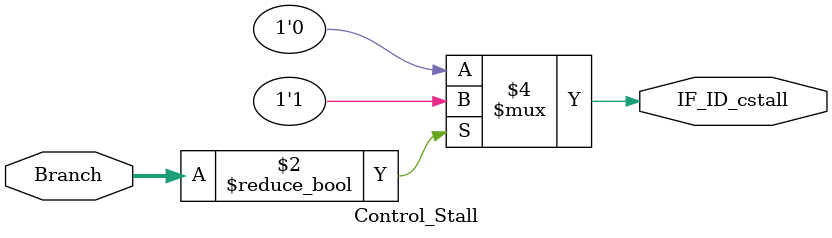
<source format=v>
`timescale 1ps / 1ps


module Control_Stall(
        input [1:0] Branch,
        output reg IF_ID_cstall
    );
    always @ (*) begin
        IF_ID_cstall = 1'b0;
        if (Branch[1:0] != 2'b00) begin
            IF_ID_cstall = 1'b1;
        end
    end
endmodule

</source>
